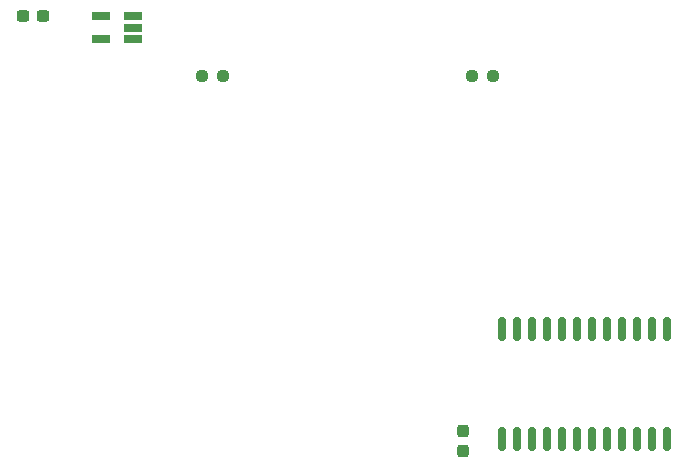
<source format=gbp>
G04 #@! TF.GenerationSoftware,KiCad,Pcbnew,7.0.10*
G04 #@! TF.CreationDate,2024-02-18T18:56:30+02:00*
G04 #@! TF.ProjectId,Untitled,556e7469-746c-4656-942e-6b696361645f,rev?*
G04 #@! TF.SameCoordinates,Original*
G04 #@! TF.FileFunction,Paste,Bot*
G04 #@! TF.FilePolarity,Positive*
%FSLAX46Y46*%
G04 Gerber Fmt 4.6, Leading zero omitted, Abs format (unit mm)*
G04 Created by KiCad (PCBNEW 7.0.10) date 2024-02-18 18:56:30*
%MOMM*%
%LPD*%
G01*
G04 APERTURE LIST*
G04 Aperture macros list*
%AMRoundRect*
0 Rectangle with rounded corners*
0 $1 Rounding radius*
0 $2 $3 $4 $5 $6 $7 $8 $9 X,Y pos of 4 corners*
0 Add a 4 corners polygon primitive as box body*
4,1,4,$2,$3,$4,$5,$6,$7,$8,$9,$2,$3,0*
0 Add four circle primitives for the rounded corners*
1,1,$1+$1,$2,$3*
1,1,$1+$1,$4,$5*
1,1,$1+$1,$6,$7*
1,1,$1+$1,$8,$9*
0 Add four rect primitives between the rounded corners*
20,1,$1+$1,$2,$3,$4,$5,0*
20,1,$1+$1,$4,$5,$6,$7,0*
20,1,$1+$1,$6,$7,$8,$9,0*
20,1,$1+$1,$8,$9,$2,$3,0*%
G04 Aperture macros list end*
%ADD10R,1.560000X0.650000*%
%ADD11RoundRect,0.150000X-0.150000X0.875000X-0.150000X-0.875000X0.150000X-0.875000X0.150000X0.875000X0*%
%ADD12RoundRect,0.237500X0.250000X0.237500X-0.250000X0.237500X-0.250000X-0.237500X0.250000X-0.237500X0*%
%ADD13RoundRect,0.237500X-0.250000X-0.237500X0.250000X-0.237500X0.250000X0.237500X-0.250000X0.237500X0*%
%ADD14RoundRect,0.237500X0.300000X0.237500X-0.300000X0.237500X-0.300000X-0.237500X0.300000X-0.237500X0*%
%ADD15RoundRect,0.237500X0.237500X-0.300000X0.237500X0.300000X-0.237500X0.300000X-0.237500X-0.300000X0*%
G04 APERTURE END LIST*
D10*
X109060000Y-55880000D03*
X109060000Y-57780000D03*
X111760000Y-57780000D03*
X111760000Y-56830000D03*
X111760000Y-55880000D03*
D11*
X143015000Y-82350000D03*
X144285000Y-82350000D03*
X145555000Y-82350000D03*
X146825000Y-82350000D03*
X148095000Y-82350000D03*
X149365000Y-82350000D03*
X150635000Y-82350000D03*
X151905000Y-82350000D03*
X153175000Y-82350000D03*
X154445000Y-82350000D03*
X155715000Y-82350000D03*
X156985000Y-82350000D03*
X156985000Y-91650000D03*
X155715000Y-91650000D03*
X154445000Y-91650000D03*
X153175000Y-91650000D03*
X151905000Y-91650000D03*
X150635000Y-91650000D03*
X149365000Y-91650000D03*
X148095000Y-91650000D03*
X146825000Y-91650000D03*
X145555000Y-91650000D03*
X144285000Y-91650000D03*
X143015000Y-91650000D03*
D12*
X140415000Y-60960000D03*
X142240000Y-60960000D03*
D13*
X119380000Y-60960000D03*
X117555000Y-60960000D03*
D14*
X104140000Y-55880000D03*
X102415000Y-55880000D03*
D15*
X139700000Y-90985000D03*
X139700000Y-92710000D03*
M02*

</source>
